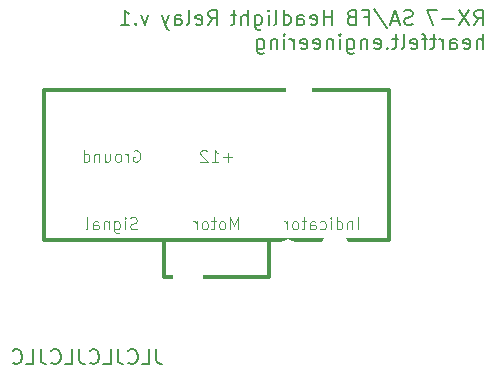
<source format=gbo>
G04 #@! TF.GenerationSoftware,KiCad,Pcbnew,(7.0.0-0)*
G04 #@! TF.CreationDate,2023-03-10T18:04:30-08:00*
G04 #@! TF.ProjectId,RX7 Headlight Control,52583720-4865-4616-946c-696768742043,rev?*
G04 #@! TF.SameCoordinates,Original*
G04 #@! TF.FileFunction,Legend,Bot*
G04 #@! TF.FilePolarity,Positive*
%FSLAX46Y46*%
G04 Gerber Fmt 4.6, Leading zero omitted, Abs format (unit mm)*
G04 Created by KiCad (PCBNEW (7.0.0-0)) date 2023-03-10 18:04:30*
%MOMM*%
%LPD*%
G01*
G04 APERTURE LIST*
%ADD10C,0.304800*%
%ADD11C,0.150000*%
%ADD12C,0.100000*%
%ADD13R,2.200000X2.200000*%
%ADD14O,2.200000X2.200000*%
%ADD15R,2.550000X2.550000*%
%ADD16C,1.650000*%
%ADD17C,2.550000*%
%ADD18C,3.048000*%
G04 APERTURE END LIST*
D10*
X120015000Y-108585000D02*
X128905000Y-108585000D01*
X128905000Y-108585000D02*
X128905000Y-111760000D01*
X128905000Y-111760000D02*
X120015000Y-111760000D01*
X120015000Y-111760000D02*
X120015000Y-108585000D01*
X109855000Y-95885000D02*
X139065000Y-95885000D01*
X139065000Y-95885000D02*
X139065000Y-108585000D01*
X139065000Y-108585000D02*
X109855000Y-108585000D01*
X109855000Y-108585000D02*
X109855000Y-95885000D01*
D11*
X146291904Y-90376223D02*
X146715238Y-89771461D01*
X147017619Y-90376223D02*
X147017619Y-89106223D01*
X147017619Y-89106223D02*
X146533809Y-89106223D01*
X146533809Y-89106223D02*
X146412857Y-89166700D01*
X146412857Y-89166700D02*
X146352380Y-89227176D01*
X146352380Y-89227176D02*
X146291904Y-89348128D01*
X146291904Y-89348128D02*
X146291904Y-89529557D01*
X146291904Y-89529557D02*
X146352380Y-89650509D01*
X146352380Y-89650509D02*
X146412857Y-89710985D01*
X146412857Y-89710985D02*
X146533809Y-89771461D01*
X146533809Y-89771461D02*
X147017619Y-89771461D01*
X145868571Y-89106223D02*
X145021904Y-90376223D01*
X145021904Y-89106223D02*
X145868571Y-90376223D01*
X144538095Y-89892414D02*
X143570476Y-89892414D01*
X143086666Y-89106223D02*
X142239999Y-89106223D01*
X142239999Y-89106223D02*
X142784285Y-90376223D01*
X141054666Y-90315747D02*
X140873237Y-90376223D01*
X140873237Y-90376223D02*
X140570856Y-90376223D01*
X140570856Y-90376223D02*
X140449904Y-90315747D01*
X140449904Y-90315747D02*
X140389428Y-90255271D01*
X140389428Y-90255271D02*
X140328951Y-90134319D01*
X140328951Y-90134319D02*
X140328951Y-90013366D01*
X140328951Y-90013366D02*
X140389428Y-89892414D01*
X140389428Y-89892414D02*
X140449904Y-89831938D01*
X140449904Y-89831938D02*
X140570856Y-89771461D01*
X140570856Y-89771461D02*
X140812761Y-89710985D01*
X140812761Y-89710985D02*
X140933713Y-89650509D01*
X140933713Y-89650509D02*
X140994190Y-89590033D01*
X140994190Y-89590033D02*
X141054666Y-89469080D01*
X141054666Y-89469080D02*
X141054666Y-89348128D01*
X141054666Y-89348128D02*
X140994190Y-89227176D01*
X140994190Y-89227176D02*
X140933713Y-89166700D01*
X140933713Y-89166700D02*
X140812761Y-89106223D01*
X140812761Y-89106223D02*
X140510380Y-89106223D01*
X140510380Y-89106223D02*
X140328951Y-89166700D01*
X139845142Y-90013366D02*
X139240380Y-90013366D01*
X139966094Y-90376223D02*
X139542761Y-89106223D01*
X139542761Y-89106223D02*
X139119427Y-90376223D01*
X137788952Y-89045747D02*
X138877523Y-90678604D01*
X136942285Y-89710985D02*
X137365619Y-89710985D01*
X137365619Y-90376223D02*
X137365619Y-89106223D01*
X137365619Y-89106223D02*
X136760857Y-89106223D01*
X135853714Y-89710985D02*
X135672286Y-89771461D01*
X135672286Y-89771461D02*
X135611809Y-89831938D01*
X135611809Y-89831938D02*
X135551333Y-89952890D01*
X135551333Y-89952890D02*
X135551333Y-90134319D01*
X135551333Y-90134319D02*
X135611809Y-90255271D01*
X135611809Y-90255271D02*
X135672286Y-90315747D01*
X135672286Y-90315747D02*
X135793238Y-90376223D01*
X135793238Y-90376223D02*
X136277048Y-90376223D01*
X136277048Y-90376223D02*
X136277048Y-89106223D01*
X136277048Y-89106223D02*
X135853714Y-89106223D01*
X135853714Y-89106223D02*
X135732762Y-89166700D01*
X135732762Y-89166700D02*
X135672286Y-89227176D01*
X135672286Y-89227176D02*
X135611809Y-89348128D01*
X135611809Y-89348128D02*
X135611809Y-89469080D01*
X135611809Y-89469080D02*
X135672286Y-89590033D01*
X135672286Y-89590033D02*
X135732762Y-89650509D01*
X135732762Y-89650509D02*
X135853714Y-89710985D01*
X135853714Y-89710985D02*
X136277048Y-89710985D01*
X134245048Y-90376223D02*
X134245048Y-89106223D01*
X134245048Y-89710985D02*
X133519333Y-89710985D01*
X133519333Y-90376223D02*
X133519333Y-89106223D01*
X132430762Y-90315747D02*
X132551714Y-90376223D01*
X132551714Y-90376223D02*
X132793619Y-90376223D01*
X132793619Y-90376223D02*
X132914572Y-90315747D01*
X132914572Y-90315747D02*
X132975048Y-90194795D01*
X132975048Y-90194795D02*
X132975048Y-89710985D01*
X132975048Y-89710985D02*
X132914572Y-89590033D01*
X132914572Y-89590033D02*
X132793619Y-89529557D01*
X132793619Y-89529557D02*
X132551714Y-89529557D01*
X132551714Y-89529557D02*
X132430762Y-89590033D01*
X132430762Y-89590033D02*
X132370286Y-89710985D01*
X132370286Y-89710985D02*
X132370286Y-89831938D01*
X132370286Y-89831938D02*
X132975048Y-89952890D01*
X131281715Y-90376223D02*
X131281715Y-89710985D01*
X131281715Y-89710985D02*
X131342191Y-89590033D01*
X131342191Y-89590033D02*
X131463143Y-89529557D01*
X131463143Y-89529557D02*
X131705048Y-89529557D01*
X131705048Y-89529557D02*
X131826001Y-89590033D01*
X131281715Y-90315747D02*
X131402667Y-90376223D01*
X131402667Y-90376223D02*
X131705048Y-90376223D01*
X131705048Y-90376223D02*
X131826001Y-90315747D01*
X131826001Y-90315747D02*
X131886477Y-90194795D01*
X131886477Y-90194795D02*
X131886477Y-90073842D01*
X131886477Y-90073842D02*
X131826001Y-89952890D01*
X131826001Y-89952890D02*
X131705048Y-89892414D01*
X131705048Y-89892414D02*
X131402667Y-89892414D01*
X131402667Y-89892414D02*
X131281715Y-89831938D01*
X130132667Y-90376223D02*
X130132667Y-89106223D01*
X130132667Y-90315747D02*
X130253619Y-90376223D01*
X130253619Y-90376223D02*
X130495524Y-90376223D01*
X130495524Y-90376223D02*
X130616476Y-90315747D01*
X130616476Y-90315747D02*
X130676953Y-90255271D01*
X130676953Y-90255271D02*
X130737429Y-90134319D01*
X130737429Y-90134319D02*
X130737429Y-89771461D01*
X130737429Y-89771461D02*
X130676953Y-89650509D01*
X130676953Y-89650509D02*
X130616476Y-89590033D01*
X130616476Y-89590033D02*
X130495524Y-89529557D01*
X130495524Y-89529557D02*
X130253619Y-89529557D01*
X130253619Y-89529557D02*
X130132667Y-89590033D01*
X129346476Y-90376223D02*
X129467428Y-90315747D01*
X129467428Y-90315747D02*
X129527905Y-90194795D01*
X129527905Y-90194795D02*
X129527905Y-89106223D01*
X128862667Y-90376223D02*
X128862667Y-89529557D01*
X128862667Y-89106223D02*
X128923143Y-89166700D01*
X128923143Y-89166700D02*
X128862667Y-89227176D01*
X128862667Y-89227176D02*
X128802190Y-89166700D01*
X128802190Y-89166700D02*
X128862667Y-89106223D01*
X128862667Y-89106223D02*
X128862667Y-89227176D01*
X127713619Y-89529557D02*
X127713619Y-90557652D01*
X127713619Y-90557652D02*
X127774095Y-90678604D01*
X127774095Y-90678604D02*
X127834571Y-90739080D01*
X127834571Y-90739080D02*
X127955524Y-90799557D01*
X127955524Y-90799557D02*
X128136952Y-90799557D01*
X128136952Y-90799557D02*
X128257905Y-90739080D01*
X127713619Y-90315747D02*
X127834571Y-90376223D01*
X127834571Y-90376223D02*
X128076476Y-90376223D01*
X128076476Y-90376223D02*
X128197428Y-90315747D01*
X128197428Y-90315747D02*
X128257905Y-90255271D01*
X128257905Y-90255271D02*
X128318381Y-90134319D01*
X128318381Y-90134319D02*
X128318381Y-89771461D01*
X128318381Y-89771461D02*
X128257905Y-89650509D01*
X128257905Y-89650509D02*
X128197428Y-89590033D01*
X128197428Y-89590033D02*
X128076476Y-89529557D01*
X128076476Y-89529557D02*
X127834571Y-89529557D01*
X127834571Y-89529557D02*
X127713619Y-89590033D01*
X127108857Y-90376223D02*
X127108857Y-89106223D01*
X126564571Y-90376223D02*
X126564571Y-89710985D01*
X126564571Y-89710985D02*
X126625047Y-89590033D01*
X126625047Y-89590033D02*
X126745999Y-89529557D01*
X126745999Y-89529557D02*
X126927428Y-89529557D01*
X126927428Y-89529557D02*
X127048380Y-89590033D01*
X127048380Y-89590033D02*
X127108857Y-89650509D01*
X126141237Y-89529557D02*
X125657428Y-89529557D01*
X125959809Y-89106223D02*
X125959809Y-90194795D01*
X125959809Y-90194795D02*
X125899332Y-90315747D01*
X125899332Y-90315747D02*
X125778380Y-90376223D01*
X125778380Y-90376223D02*
X125657428Y-90376223D01*
X123746380Y-90376223D02*
X124169714Y-89771461D01*
X124472095Y-90376223D02*
X124472095Y-89106223D01*
X124472095Y-89106223D02*
X123988285Y-89106223D01*
X123988285Y-89106223D02*
X123867333Y-89166700D01*
X123867333Y-89166700D02*
X123806856Y-89227176D01*
X123806856Y-89227176D02*
X123746380Y-89348128D01*
X123746380Y-89348128D02*
X123746380Y-89529557D01*
X123746380Y-89529557D02*
X123806856Y-89650509D01*
X123806856Y-89650509D02*
X123867333Y-89710985D01*
X123867333Y-89710985D02*
X123988285Y-89771461D01*
X123988285Y-89771461D02*
X124472095Y-89771461D01*
X122718285Y-90315747D02*
X122839237Y-90376223D01*
X122839237Y-90376223D02*
X123081142Y-90376223D01*
X123081142Y-90376223D02*
X123202095Y-90315747D01*
X123202095Y-90315747D02*
X123262571Y-90194795D01*
X123262571Y-90194795D02*
X123262571Y-89710985D01*
X123262571Y-89710985D02*
X123202095Y-89590033D01*
X123202095Y-89590033D02*
X123081142Y-89529557D01*
X123081142Y-89529557D02*
X122839237Y-89529557D01*
X122839237Y-89529557D02*
X122718285Y-89590033D01*
X122718285Y-89590033D02*
X122657809Y-89710985D01*
X122657809Y-89710985D02*
X122657809Y-89831938D01*
X122657809Y-89831938D02*
X123262571Y-89952890D01*
X121932095Y-90376223D02*
X122053047Y-90315747D01*
X122053047Y-90315747D02*
X122113524Y-90194795D01*
X122113524Y-90194795D02*
X122113524Y-89106223D01*
X120904000Y-90376223D02*
X120904000Y-89710985D01*
X120904000Y-89710985D02*
X120964476Y-89590033D01*
X120964476Y-89590033D02*
X121085428Y-89529557D01*
X121085428Y-89529557D02*
X121327333Y-89529557D01*
X121327333Y-89529557D02*
X121448286Y-89590033D01*
X120904000Y-90315747D02*
X121024952Y-90376223D01*
X121024952Y-90376223D02*
X121327333Y-90376223D01*
X121327333Y-90376223D02*
X121448286Y-90315747D01*
X121448286Y-90315747D02*
X121508762Y-90194795D01*
X121508762Y-90194795D02*
X121508762Y-90073842D01*
X121508762Y-90073842D02*
X121448286Y-89952890D01*
X121448286Y-89952890D02*
X121327333Y-89892414D01*
X121327333Y-89892414D02*
X121024952Y-89892414D01*
X121024952Y-89892414D02*
X120904000Y-89831938D01*
X120420190Y-89529557D02*
X120117809Y-90376223D01*
X119815428Y-89529557D02*
X120117809Y-90376223D01*
X120117809Y-90376223D02*
X120238761Y-90678604D01*
X120238761Y-90678604D02*
X120299238Y-90739080D01*
X120299238Y-90739080D02*
X120420190Y-90799557D01*
X118690571Y-89529557D02*
X118388190Y-90376223D01*
X118388190Y-90376223D02*
X118085809Y-89529557D01*
X117602000Y-90255271D02*
X117541523Y-90315747D01*
X117541523Y-90315747D02*
X117602000Y-90376223D01*
X117602000Y-90376223D02*
X117662476Y-90315747D01*
X117662476Y-90315747D02*
X117602000Y-90255271D01*
X117602000Y-90255271D02*
X117602000Y-90376223D01*
X116331999Y-90376223D02*
X117057714Y-90376223D01*
X116694857Y-90376223D02*
X116694857Y-89106223D01*
X116694857Y-89106223D02*
X116815809Y-89287652D01*
X116815809Y-89287652D02*
X116936761Y-89408604D01*
X116936761Y-89408604D02*
X117057714Y-89469080D01*
X147017619Y-92433623D02*
X147017619Y-91163623D01*
X146473333Y-92433623D02*
X146473333Y-91768385D01*
X146473333Y-91768385D02*
X146533809Y-91647433D01*
X146533809Y-91647433D02*
X146654761Y-91586957D01*
X146654761Y-91586957D02*
X146836190Y-91586957D01*
X146836190Y-91586957D02*
X146957142Y-91647433D01*
X146957142Y-91647433D02*
X147017619Y-91707909D01*
X145384761Y-92373147D02*
X145505713Y-92433623D01*
X145505713Y-92433623D02*
X145747618Y-92433623D01*
X145747618Y-92433623D02*
X145868571Y-92373147D01*
X145868571Y-92373147D02*
X145929047Y-92252195D01*
X145929047Y-92252195D02*
X145929047Y-91768385D01*
X145929047Y-91768385D02*
X145868571Y-91647433D01*
X145868571Y-91647433D02*
X145747618Y-91586957D01*
X145747618Y-91586957D02*
X145505713Y-91586957D01*
X145505713Y-91586957D02*
X145384761Y-91647433D01*
X145384761Y-91647433D02*
X145324285Y-91768385D01*
X145324285Y-91768385D02*
X145324285Y-91889338D01*
X145324285Y-91889338D02*
X145929047Y-92010290D01*
X144235714Y-92433623D02*
X144235714Y-91768385D01*
X144235714Y-91768385D02*
X144296190Y-91647433D01*
X144296190Y-91647433D02*
X144417142Y-91586957D01*
X144417142Y-91586957D02*
X144659047Y-91586957D01*
X144659047Y-91586957D02*
X144780000Y-91647433D01*
X144235714Y-92373147D02*
X144356666Y-92433623D01*
X144356666Y-92433623D02*
X144659047Y-92433623D01*
X144659047Y-92433623D02*
X144780000Y-92373147D01*
X144780000Y-92373147D02*
X144840476Y-92252195D01*
X144840476Y-92252195D02*
X144840476Y-92131242D01*
X144840476Y-92131242D02*
X144780000Y-92010290D01*
X144780000Y-92010290D02*
X144659047Y-91949814D01*
X144659047Y-91949814D02*
X144356666Y-91949814D01*
X144356666Y-91949814D02*
X144235714Y-91889338D01*
X143630952Y-92433623D02*
X143630952Y-91586957D01*
X143630952Y-91828861D02*
X143570475Y-91707909D01*
X143570475Y-91707909D02*
X143509999Y-91647433D01*
X143509999Y-91647433D02*
X143389047Y-91586957D01*
X143389047Y-91586957D02*
X143268094Y-91586957D01*
X143026190Y-91586957D02*
X142542381Y-91586957D01*
X142844762Y-91163623D02*
X142844762Y-92252195D01*
X142844762Y-92252195D02*
X142784285Y-92373147D01*
X142784285Y-92373147D02*
X142663333Y-92433623D01*
X142663333Y-92433623D02*
X142542381Y-92433623D01*
X142300476Y-91586957D02*
X141816667Y-91586957D01*
X142119048Y-92433623D02*
X142119048Y-91345052D01*
X142119048Y-91345052D02*
X142058571Y-91224100D01*
X142058571Y-91224100D02*
X141937619Y-91163623D01*
X141937619Y-91163623D02*
X141816667Y-91163623D01*
X140909524Y-92373147D02*
X141030476Y-92433623D01*
X141030476Y-92433623D02*
X141272381Y-92433623D01*
X141272381Y-92433623D02*
X141393334Y-92373147D01*
X141393334Y-92373147D02*
X141453810Y-92252195D01*
X141453810Y-92252195D02*
X141453810Y-91768385D01*
X141453810Y-91768385D02*
X141393334Y-91647433D01*
X141393334Y-91647433D02*
X141272381Y-91586957D01*
X141272381Y-91586957D02*
X141030476Y-91586957D01*
X141030476Y-91586957D02*
X140909524Y-91647433D01*
X140909524Y-91647433D02*
X140849048Y-91768385D01*
X140849048Y-91768385D02*
X140849048Y-91889338D01*
X140849048Y-91889338D02*
X141453810Y-92010290D01*
X140123334Y-92433623D02*
X140244286Y-92373147D01*
X140244286Y-92373147D02*
X140304763Y-92252195D01*
X140304763Y-92252195D02*
X140304763Y-91163623D01*
X139820953Y-91586957D02*
X139337144Y-91586957D01*
X139639525Y-91163623D02*
X139639525Y-92252195D01*
X139639525Y-92252195D02*
X139579048Y-92373147D01*
X139579048Y-92373147D02*
X139458096Y-92433623D01*
X139458096Y-92433623D02*
X139337144Y-92433623D01*
X138913811Y-92312671D02*
X138853334Y-92373147D01*
X138853334Y-92373147D02*
X138913811Y-92433623D01*
X138913811Y-92433623D02*
X138974287Y-92373147D01*
X138974287Y-92373147D02*
X138913811Y-92312671D01*
X138913811Y-92312671D02*
X138913811Y-92433623D01*
X137825239Y-92373147D02*
X137946191Y-92433623D01*
X137946191Y-92433623D02*
X138188096Y-92433623D01*
X138188096Y-92433623D02*
X138309049Y-92373147D01*
X138309049Y-92373147D02*
X138369525Y-92252195D01*
X138369525Y-92252195D02*
X138369525Y-91768385D01*
X138369525Y-91768385D02*
X138309049Y-91647433D01*
X138309049Y-91647433D02*
X138188096Y-91586957D01*
X138188096Y-91586957D02*
X137946191Y-91586957D01*
X137946191Y-91586957D02*
X137825239Y-91647433D01*
X137825239Y-91647433D02*
X137764763Y-91768385D01*
X137764763Y-91768385D02*
X137764763Y-91889338D01*
X137764763Y-91889338D02*
X138369525Y-92010290D01*
X137220478Y-91586957D02*
X137220478Y-92433623D01*
X137220478Y-91707909D02*
X137160001Y-91647433D01*
X137160001Y-91647433D02*
X137039049Y-91586957D01*
X137039049Y-91586957D02*
X136857620Y-91586957D01*
X136857620Y-91586957D02*
X136736668Y-91647433D01*
X136736668Y-91647433D02*
X136676192Y-91768385D01*
X136676192Y-91768385D02*
X136676192Y-92433623D01*
X135527144Y-91586957D02*
X135527144Y-92615052D01*
X135527144Y-92615052D02*
X135587620Y-92736004D01*
X135587620Y-92736004D02*
X135648096Y-92796480D01*
X135648096Y-92796480D02*
X135769049Y-92856957D01*
X135769049Y-92856957D02*
X135950477Y-92856957D01*
X135950477Y-92856957D02*
X136071430Y-92796480D01*
X135527144Y-92373147D02*
X135648096Y-92433623D01*
X135648096Y-92433623D02*
X135890001Y-92433623D01*
X135890001Y-92433623D02*
X136010953Y-92373147D01*
X136010953Y-92373147D02*
X136071430Y-92312671D01*
X136071430Y-92312671D02*
X136131906Y-92191719D01*
X136131906Y-92191719D02*
X136131906Y-91828861D01*
X136131906Y-91828861D02*
X136071430Y-91707909D01*
X136071430Y-91707909D02*
X136010953Y-91647433D01*
X136010953Y-91647433D02*
X135890001Y-91586957D01*
X135890001Y-91586957D02*
X135648096Y-91586957D01*
X135648096Y-91586957D02*
X135527144Y-91647433D01*
X134922382Y-92433623D02*
X134922382Y-91586957D01*
X134922382Y-91163623D02*
X134982858Y-91224100D01*
X134982858Y-91224100D02*
X134922382Y-91284576D01*
X134922382Y-91284576D02*
X134861905Y-91224100D01*
X134861905Y-91224100D02*
X134922382Y-91163623D01*
X134922382Y-91163623D02*
X134922382Y-91284576D01*
X134317620Y-91586957D02*
X134317620Y-92433623D01*
X134317620Y-91707909D02*
X134257143Y-91647433D01*
X134257143Y-91647433D02*
X134136191Y-91586957D01*
X134136191Y-91586957D02*
X133954762Y-91586957D01*
X133954762Y-91586957D02*
X133833810Y-91647433D01*
X133833810Y-91647433D02*
X133773334Y-91768385D01*
X133773334Y-91768385D02*
X133773334Y-92433623D01*
X132684762Y-92373147D02*
X132805714Y-92433623D01*
X132805714Y-92433623D02*
X133047619Y-92433623D01*
X133047619Y-92433623D02*
X133168572Y-92373147D01*
X133168572Y-92373147D02*
X133229048Y-92252195D01*
X133229048Y-92252195D02*
X133229048Y-91768385D01*
X133229048Y-91768385D02*
X133168572Y-91647433D01*
X133168572Y-91647433D02*
X133047619Y-91586957D01*
X133047619Y-91586957D02*
X132805714Y-91586957D01*
X132805714Y-91586957D02*
X132684762Y-91647433D01*
X132684762Y-91647433D02*
X132624286Y-91768385D01*
X132624286Y-91768385D02*
X132624286Y-91889338D01*
X132624286Y-91889338D02*
X133229048Y-92010290D01*
X131596191Y-92373147D02*
X131717143Y-92433623D01*
X131717143Y-92433623D02*
X131959048Y-92433623D01*
X131959048Y-92433623D02*
X132080001Y-92373147D01*
X132080001Y-92373147D02*
X132140477Y-92252195D01*
X132140477Y-92252195D02*
X132140477Y-91768385D01*
X132140477Y-91768385D02*
X132080001Y-91647433D01*
X132080001Y-91647433D02*
X131959048Y-91586957D01*
X131959048Y-91586957D02*
X131717143Y-91586957D01*
X131717143Y-91586957D02*
X131596191Y-91647433D01*
X131596191Y-91647433D02*
X131535715Y-91768385D01*
X131535715Y-91768385D02*
X131535715Y-91889338D01*
X131535715Y-91889338D02*
X132140477Y-92010290D01*
X130991430Y-92433623D02*
X130991430Y-91586957D01*
X130991430Y-91828861D02*
X130930953Y-91707909D01*
X130930953Y-91707909D02*
X130870477Y-91647433D01*
X130870477Y-91647433D02*
X130749525Y-91586957D01*
X130749525Y-91586957D02*
X130628572Y-91586957D01*
X130205240Y-92433623D02*
X130205240Y-91586957D01*
X130205240Y-91163623D02*
X130265716Y-91224100D01*
X130265716Y-91224100D02*
X130205240Y-91284576D01*
X130205240Y-91284576D02*
X130144763Y-91224100D01*
X130144763Y-91224100D02*
X130205240Y-91163623D01*
X130205240Y-91163623D02*
X130205240Y-91284576D01*
X129600478Y-91586957D02*
X129600478Y-92433623D01*
X129600478Y-91707909D02*
X129540001Y-91647433D01*
X129540001Y-91647433D02*
X129419049Y-91586957D01*
X129419049Y-91586957D02*
X129237620Y-91586957D01*
X129237620Y-91586957D02*
X129116668Y-91647433D01*
X129116668Y-91647433D02*
X129056192Y-91768385D01*
X129056192Y-91768385D02*
X129056192Y-92433623D01*
X127907144Y-91586957D02*
X127907144Y-92615052D01*
X127907144Y-92615052D02*
X127967620Y-92736004D01*
X127967620Y-92736004D02*
X128028096Y-92796480D01*
X128028096Y-92796480D02*
X128149049Y-92856957D01*
X128149049Y-92856957D02*
X128330477Y-92856957D01*
X128330477Y-92856957D02*
X128451430Y-92796480D01*
X127907144Y-92373147D02*
X128028096Y-92433623D01*
X128028096Y-92433623D02*
X128270001Y-92433623D01*
X128270001Y-92433623D02*
X128390953Y-92373147D01*
X128390953Y-92373147D02*
X128451430Y-92312671D01*
X128451430Y-92312671D02*
X128511906Y-92191719D01*
X128511906Y-92191719D02*
X128511906Y-91828861D01*
X128511906Y-91828861D02*
X128451430Y-91707909D01*
X128451430Y-91707909D02*
X128390953Y-91647433D01*
X128390953Y-91647433D02*
X128270001Y-91586957D01*
X128270001Y-91586957D02*
X128028096Y-91586957D01*
X128028096Y-91586957D02*
X127907144Y-91647433D01*
X119349761Y-117833623D02*
X119349761Y-118740766D01*
X119349761Y-118740766D02*
X119410238Y-118922195D01*
X119410238Y-118922195D02*
X119531190Y-119043147D01*
X119531190Y-119043147D02*
X119712619Y-119103623D01*
X119712619Y-119103623D02*
X119833571Y-119103623D01*
X118140238Y-119103623D02*
X118745000Y-119103623D01*
X118745000Y-119103623D02*
X118745000Y-117833623D01*
X116991190Y-118982671D02*
X117051666Y-119043147D01*
X117051666Y-119043147D02*
X117233095Y-119103623D01*
X117233095Y-119103623D02*
X117354047Y-119103623D01*
X117354047Y-119103623D02*
X117535476Y-119043147D01*
X117535476Y-119043147D02*
X117656428Y-118922195D01*
X117656428Y-118922195D02*
X117716905Y-118801242D01*
X117716905Y-118801242D02*
X117777381Y-118559338D01*
X117777381Y-118559338D02*
X117777381Y-118377909D01*
X117777381Y-118377909D02*
X117716905Y-118136004D01*
X117716905Y-118136004D02*
X117656428Y-118015052D01*
X117656428Y-118015052D02*
X117535476Y-117894100D01*
X117535476Y-117894100D02*
X117354047Y-117833623D01*
X117354047Y-117833623D02*
X117233095Y-117833623D01*
X117233095Y-117833623D02*
X117051666Y-117894100D01*
X117051666Y-117894100D02*
X116991190Y-117954576D01*
X116084047Y-117833623D02*
X116084047Y-118740766D01*
X116084047Y-118740766D02*
X116144524Y-118922195D01*
X116144524Y-118922195D02*
X116265476Y-119043147D01*
X116265476Y-119043147D02*
X116446905Y-119103623D01*
X116446905Y-119103623D02*
X116567857Y-119103623D01*
X114874524Y-119103623D02*
X115479286Y-119103623D01*
X115479286Y-119103623D02*
X115479286Y-117833623D01*
X113725476Y-118982671D02*
X113785952Y-119043147D01*
X113785952Y-119043147D02*
X113967381Y-119103623D01*
X113967381Y-119103623D02*
X114088333Y-119103623D01*
X114088333Y-119103623D02*
X114269762Y-119043147D01*
X114269762Y-119043147D02*
X114390714Y-118922195D01*
X114390714Y-118922195D02*
X114451191Y-118801242D01*
X114451191Y-118801242D02*
X114511667Y-118559338D01*
X114511667Y-118559338D02*
X114511667Y-118377909D01*
X114511667Y-118377909D02*
X114451191Y-118136004D01*
X114451191Y-118136004D02*
X114390714Y-118015052D01*
X114390714Y-118015052D02*
X114269762Y-117894100D01*
X114269762Y-117894100D02*
X114088333Y-117833623D01*
X114088333Y-117833623D02*
X113967381Y-117833623D01*
X113967381Y-117833623D02*
X113785952Y-117894100D01*
X113785952Y-117894100D02*
X113725476Y-117954576D01*
X112818333Y-117833623D02*
X112818333Y-118740766D01*
X112818333Y-118740766D02*
X112878810Y-118922195D01*
X112878810Y-118922195D02*
X112999762Y-119043147D01*
X112999762Y-119043147D02*
X113181191Y-119103623D01*
X113181191Y-119103623D02*
X113302143Y-119103623D01*
X111608810Y-119103623D02*
X112213572Y-119103623D01*
X112213572Y-119103623D02*
X112213572Y-117833623D01*
X110459762Y-118982671D02*
X110520238Y-119043147D01*
X110520238Y-119043147D02*
X110701667Y-119103623D01*
X110701667Y-119103623D02*
X110822619Y-119103623D01*
X110822619Y-119103623D02*
X111004048Y-119043147D01*
X111004048Y-119043147D02*
X111125000Y-118922195D01*
X111125000Y-118922195D02*
X111185477Y-118801242D01*
X111185477Y-118801242D02*
X111245953Y-118559338D01*
X111245953Y-118559338D02*
X111245953Y-118377909D01*
X111245953Y-118377909D02*
X111185477Y-118136004D01*
X111185477Y-118136004D02*
X111125000Y-118015052D01*
X111125000Y-118015052D02*
X111004048Y-117894100D01*
X111004048Y-117894100D02*
X110822619Y-117833623D01*
X110822619Y-117833623D02*
X110701667Y-117833623D01*
X110701667Y-117833623D02*
X110520238Y-117894100D01*
X110520238Y-117894100D02*
X110459762Y-117954576D01*
X109552619Y-117833623D02*
X109552619Y-118740766D01*
X109552619Y-118740766D02*
X109613096Y-118922195D01*
X109613096Y-118922195D02*
X109734048Y-119043147D01*
X109734048Y-119043147D02*
X109915477Y-119103623D01*
X109915477Y-119103623D02*
X110036429Y-119103623D01*
X108343096Y-119103623D02*
X108947858Y-119103623D01*
X108947858Y-119103623D02*
X108947858Y-117833623D01*
X107194048Y-118982671D02*
X107254524Y-119043147D01*
X107254524Y-119043147D02*
X107435953Y-119103623D01*
X107435953Y-119103623D02*
X107556905Y-119103623D01*
X107556905Y-119103623D02*
X107738334Y-119043147D01*
X107738334Y-119043147D02*
X107859286Y-118922195D01*
X107859286Y-118922195D02*
X107919763Y-118801242D01*
X107919763Y-118801242D02*
X107980239Y-118559338D01*
X107980239Y-118559338D02*
X107980239Y-118377909D01*
X107980239Y-118377909D02*
X107919763Y-118136004D01*
X107919763Y-118136004D02*
X107859286Y-118015052D01*
X107859286Y-118015052D02*
X107738334Y-117894100D01*
X107738334Y-117894100D02*
X107556905Y-117833623D01*
X107556905Y-117833623D02*
X107435953Y-117833623D01*
X107435953Y-117833623D02*
X107254524Y-117894100D01*
X107254524Y-117894100D02*
X107194048Y-117954576D01*
D12*
X125793332Y-101586428D02*
X125031428Y-101586428D01*
X125412380Y-101967380D02*
X125412380Y-101205476D01*
X124031428Y-101967380D02*
X124602856Y-101967380D01*
X124317142Y-101967380D02*
X124317142Y-100967380D01*
X124317142Y-100967380D02*
X124412380Y-101110238D01*
X124412380Y-101110238D02*
X124507618Y-101205476D01*
X124507618Y-101205476D02*
X124602856Y-101253095D01*
X123650475Y-101062619D02*
X123602856Y-101015000D01*
X123602856Y-101015000D02*
X123507618Y-100967380D01*
X123507618Y-100967380D02*
X123269523Y-100967380D01*
X123269523Y-100967380D02*
X123174285Y-101015000D01*
X123174285Y-101015000D02*
X123126666Y-101062619D01*
X123126666Y-101062619D02*
X123079047Y-101157857D01*
X123079047Y-101157857D02*
X123079047Y-101253095D01*
X123079047Y-101253095D02*
X123126666Y-101395952D01*
X123126666Y-101395952D02*
X123698094Y-101967380D01*
X123698094Y-101967380D02*
X123079047Y-101967380D01*
X136421428Y-107682380D02*
X136421428Y-106682380D01*
X135945238Y-107015714D02*
X135945238Y-107682380D01*
X135945238Y-107110952D02*
X135897619Y-107063333D01*
X135897619Y-107063333D02*
X135802381Y-107015714D01*
X135802381Y-107015714D02*
X135659524Y-107015714D01*
X135659524Y-107015714D02*
X135564286Y-107063333D01*
X135564286Y-107063333D02*
X135516667Y-107158571D01*
X135516667Y-107158571D02*
X135516667Y-107682380D01*
X134611905Y-107682380D02*
X134611905Y-106682380D01*
X134611905Y-107634761D02*
X134707143Y-107682380D01*
X134707143Y-107682380D02*
X134897619Y-107682380D01*
X134897619Y-107682380D02*
X134992857Y-107634761D01*
X134992857Y-107634761D02*
X135040476Y-107587142D01*
X135040476Y-107587142D02*
X135088095Y-107491904D01*
X135088095Y-107491904D02*
X135088095Y-107206190D01*
X135088095Y-107206190D02*
X135040476Y-107110952D01*
X135040476Y-107110952D02*
X134992857Y-107063333D01*
X134992857Y-107063333D02*
X134897619Y-107015714D01*
X134897619Y-107015714D02*
X134707143Y-107015714D01*
X134707143Y-107015714D02*
X134611905Y-107063333D01*
X134135714Y-107682380D02*
X134135714Y-107015714D01*
X134135714Y-106682380D02*
X134183333Y-106730000D01*
X134183333Y-106730000D02*
X134135714Y-106777619D01*
X134135714Y-106777619D02*
X134088095Y-106730000D01*
X134088095Y-106730000D02*
X134135714Y-106682380D01*
X134135714Y-106682380D02*
X134135714Y-106777619D01*
X133230953Y-107634761D02*
X133326191Y-107682380D01*
X133326191Y-107682380D02*
X133516667Y-107682380D01*
X133516667Y-107682380D02*
X133611905Y-107634761D01*
X133611905Y-107634761D02*
X133659524Y-107587142D01*
X133659524Y-107587142D02*
X133707143Y-107491904D01*
X133707143Y-107491904D02*
X133707143Y-107206190D01*
X133707143Y-107206190D02*
X133659524Y-107110952D01*
X133659524Y-107110952D02*
X133611905Y-107063333D01*
X133611905Y-107063333D02*
X133516667Y-107015714D01*
X133516667Y-107015714D02*
X133326191Y-107015714D01*
X133326191Y-107015714D02*
X133230953Y-107063333D01*
X132373810Y-107682380D02*
X132373810Y-107158571D01*
X132373810Y-107158571D02*
X132421429Y-107063333D01*
X132421429Y-107063333D02*
X132516667Y-107015714D01*
X132516667Y-107015714D02*
X132707143Y-107015714D01*
X132707143Y-107015714D02*
X132802381Y-107063333D01*
X132373810Y-107634761D02*
X132469048Y-107682380D01*
X132469048Y-107682380D02*
X132707143Y-107682380D01*
X132707143Y-107682380D02*
X132802381Y-107634761D01*
X132802381Y-107634761D02*
X132850000Y-107539523D01*
X132850000Y-107539523D02*
X132850000Y-107444285D01*
X132850000Y-107444285D02*
X132802381Y-107349047D01*
X132802381Y-107349047D02*
X132707143Y-107301428D01*
X132707143Y-107301428D02*
X132469048Y-107301428D01*
X132469048Y-107301428D02*
X132373810Y-107253809D01*
X132040476Y-107015714D02*
X131659524Y-107015714D01*
X131897619Y-106682380D02*
X131897619Y-107539523D01*
X131897619Y-107539523D02*
X131850000Y-107634761D01*
X131850000Y-107634761D02*
X131754762Y-107682380D01*
X131754762Y-107682380D02*
X131659524Y-107682380D01*
X131183333Y-107682380D02*
X131278571Y-107634761D01*
X131278571Y-107634761D02*
X131326190Y-107587142D01*
X131326190Y-107587142D02*
X131373809Y-107491904D01*
X131373809Y-107491904D02*
X131373809Y-107206190D01*
X131373809Y-107206190D02*
X131326190Y-107110952D01*
X131326190Y-107110952D02*
X131278571Y-107063333D01*
X131278571Y-107063333D02*
X131183333Y-107015714D01*
X131183333Y-107015714D02*
X131040476Y-107015714D01*
X131040476Y-107015714D02*
X130945238Y-107063333D01*
X130945238Y-107063333D02*
X130897619Y-107110952D01*
X130897619Y-107110952D02*
X130850000Y-107206190D01*
X130850000Y-107206190D02*
X130850000Y-107491904D01*
X130850000Y-107491904D02*
X130897619Y-107587142D01*
X130897619Y-107587142D02*
X130945238Y-107634761D01*
X130945238Y-107634761D02*
X131040476Y-107682380D01*
X131040476Y-107682380D02*
X131183333Y-107682380D01*
X130421428Y-107682380D02*
X130421428Y-107015714D01*
X130421428Y-107206190D02*
X130373809Y-107110952D01*
X130373809Y-107110952D02*
X130326190Y-107063333D01*
X130326190Y-107063333D02*
X130230952Y-107015714D01*
X130230952Y-107015714D02*
X130135714Y-107015714D01*
X117427143Y-101015000D02*
X117522381Y-100967380D01*
X117522381Y-100967380D02*
X117665238Y-100967380D01*
X117665238Y-100967380D02*
X117808095Y-101015000D01*
X117808095Y-101015000D02*
X117903333Y-101110238D01*
X117903333Y-101110238D02*
X117950952Y-101205476D01*
X117950952Y-101205476D02*
X117998571Y-101395952D01*
X117998571Y-101395952D02*
X117998571Y-101538809D01*
X117998571Y-101538809D02*
X117950952Y-101729285D01*
X117950952Y-101729285D02*
X117903333Y-101824523D01*
X117903333Y-101824523D02*
X117808095Y-101919761D01*
X117808095Y-101919761D02*
X117665238Y-101967380D01*
X117665238Y-101967380D02*
X117570000Y-101967380D01*
X117570000Y-101967380D02*
X117427143Y-101919761D01*
X117427143Y-101919761D02*
X117379524Y-101872142D01*
X117379524Y-101872142D02*
X117379524Y-101538809D01*
X117379524Y-101538809D02*
X117570000Y-101538809D01*
X116950952Y-101967380D02*
X116950952Y-101300714D01*
X116950952Y-101491190D02*
X116903333Y-101395952D01*
X116903333Y-101395952D02*
X116855714Y-101348333D01*
X116855714Y-101348333D02*
X116760476Y-101300714D01*
X116760476Y-101300714D02*
X116665238Y-101300714D01*
X116189047Y-101967380D02*
X116284285Y-101919761D01*
X116284285Y-101919761D02*
X116331904Y-101872142D01*
X116331904Y-101872142D02*
X116379523Y-101776904D01*
X116379523Y-101776904D02*
X116379523Y-101491190D01*
X116379523Y-101491190D02*
X116331904Y-101395952D01*
X116331904Y-101395952D02*
X116284285Y-101348333D01*
X116284285Y-101348333D02*
X116189047Y-101300714D01*
X116189047Y-101300714D02*
X116046190Y-101300714D01*
X116046190Y-101300714D02*
X115950952Y-101348333D01*
X115950952Y-101348333D02*
X115903333Y-101395952D01*
X115903333Y-101395952D02*
X115855714Y-101491190D01*
X115855714Y-101491190D02*
X115855714Y-101776904D01*
X115855714Y-101776904D02*
X115903333Y-101872142D01*
X115903333Y-101872142D02*
X115950952Y-101919761D01*
X115950952Y-101919761D02*
X116046190Y-101967380D01*
X116046190Y-101967380D02*
X116189047Y-101967380D01*
X114998571Y-101300714D02*
X114998571Y-101967380D01*
X115427142Y-101300714D02*
X115427142Y-101824523D01*
X115427142Y-101824523D02*
X115379523Y-101919761D01*
X115379523Y-101919761D02*
X115284285Y-101967380D01*
X115284285Y-101967380D02*
X115141428Y-101967380D01*
X115141428Y-101967380D02*
X115046190Y-101919761D01*
X115046190Y-101919761D02*
X114998571Y-101872142D01*
X114522380Y-101300714D02*
X114522380Y-101967380D01*
X114522380Y-101395952D02*
X114474761Y-101348333D01*
X114474761Y-101348333D02*
X114379523Y-101300714D01*
X114379523Y-101300714D02*
X114236666Y-101300714D01*
X114236666Y-101300714D02*
X114141428Y-101348333D01*
X114141428Y-101348333D02*
X114093809Y-101443571D01*
X114093809Y-101443571D02*
X114093809Y-101967380D01*
X113189047Y-101967380D02*
X113189047Y-100967380D01*
X113189047Y-101919761D02*
X113284285Y-101967380D01*
X113284285Y-101967380D02*
X113474761Y-101967380D01*
X113474761Y-101967380D02*
X113569999Y-101919761D01*
X113569999Y-101919761D02*
X113617618Y-101872142D01*
X113617618Y-101872142D02*
X113665237Y-101776904D01*
X113665237Y-101776904D02*
X113665237Y-101491190D01*
X113665237Y-101491190D02*
X113617618Y-101395952D01*
X113617618Y-101395952D02*
X113569999Y-101348333D01*
X113569999Y-101348333D02*
X113474761Y-101300714D01*
X113474761Y-101300714D02*
X113284285Y-101300714D01*
X113284285Y-101300714D02*
X113189047Y-101348333D01*
X117712856Y-107634761D02*
X117569999Y-107682380D01*
X117569999Y-107682380D02*
X117331904Y-107682380D01*
X117331904Y-107682380D02*
X117236666Y-107634761D01*
X117236666Y-107634761D02*
X117189047Y-107587142D01*
X117189047Y-107587142D02*
X117141428Y-107491904D01*
X117141428Y-107491904D02*
X117141428Y-107396666D01*
X117141428Y-107396666D02*
X117189047Y-107301428D01*
X117189047Y-107301428D02*
X117236666Y-107253809D01*
X117236666Y-107253809D02*
X117331904Y-107206190D01*
X117331904Y-107206190D02*
X117522380Y-107158571D01*
X117522380Y-107158571D02*
X117617618Y-107110952D01*
X117617618Y-107110952D02*
X117665237Y-107063333D01*
X117665237Y-107063333D02*
X117712856Y-106968095D01*
X117712856Y-106968095D02*
X117712856Y-106872857D01*
X117712856Y-106872857D02*
X117665237Y-106777619D01*
X117665237Y-106777619D02*
X117617618Y-106730000D01*
X117617618Y-106730000D02*
X117522380Y-106682380D01*
X117522380Y-106682380D02*
X117284285Y-106682380D01*
X117284285Y-106682380D02*
X117141428Y-106730000D01*
X116712856Y-107682380D02*
X116712856Y-107015714D01*
X116712856Y-106682380D02*
X116760475Y-106730000D01*
X116760475Y-106730000D02*
X116712856Y-106777619D01*
X116712856Y-106777619D02*
X116665237Y-106730000D01*
X116665237Y-106730000D02*
X116712856Y-106682380D01*
X116712856Y-106682380D02*
X116712856Y-106777619D01*
X115808095Y-107015714D02*
X115808095Y-107825238D01*
X115808095Y-107825238D02*
X115855714Y-107920476D01*
X115855714Y-107920476D02*
X115903333Y-107968095D01*
X115903333Y-107968095D02*
X115998571Y-108015714D01*
X115998571Y-108015714D02*
X116141428Y-108015714D01*
X116141428Y-108015714D02*
X116236666Y-107968095D01*
X115808095Y-107634761D02*
X115903333Y-107682380D01*
X115903333Y-107682380D02*
X116093809Y-107682380D01*
X116093809Y-107682380D02*
X116189047Y-107634761D01*
X116189047Y-107634761D02*
X116236666Y-107587142D01*
X116236666Y-107587142D02*
X116284285Y-107491904D01*
X116284285Y-107491904D02*
X116284285Y-107206190D01*
X116284285Y-107206190D02*
X116236666Y-107110952D01*
X116236666Y-107110952D02*
X116189047Y-107063333D01*
X116189047Y-107063333D02*
X116093809Y-107015714D01*
X116093809Y-107015714D02*
X115903333Y-107015714D01*
X115903333Y-107015714D02*
X115808095Y-107063333D01*
X115331904Y-107015714D02*
X115331904Y-107682380D01*
X115331904Y-107110952D02*
X115284285Y-107063333D01*
X115284285Y-107063333D02*
X115189047Y-107015714D01*
X115189047Y-107015714D02*
X115046190Y-107015714D01*
X115046190Y-107015714D02*
X114950952Y-107063333D01*
X114950952Y-107063333D02*
X114903333Y-107158571D01*
X114903333Y-107158571D02*
X114903333Y-107682380D01*
X113998571Y-107682380D02*
X113998571Y-107158571D01*
X113998571Y-107158571D02*
X114046190Y-107063333D01*
X114046190Y-107063333D02*
X114141428Y-107015714D01*
X114141428Y-107015714D02*
X114331904Y-107015714D01*
X114331904Y-107015714D02*
X114427142Y-107063333D01*
X113998571Y-107634761D02*
X114093809Y-107682380D01*
X114093809Y-107682380D02*
X114331904Y-107682380D01*
X114331904Y-107682380D02*
X114427142Y-107634761D01*
X114427142Y-107634761D02*
X114474761Y-107539523D01*
X114474761Y-107539523D02*
X114474761Y-107444285D01*
X114474761Y-107444285D02*
X114427142Y-107349047D01*
X114427142Y-107349047D02*
X114331904Y-107301428D01*
X114331904Y-107301428D02*
X114093809Y-107301428D01*
X114093809Y-107301428D02*
X113998571Y-107253809D01*
X113379523Y-107682380D02*
X113474761Y-107634761D01*
X113474761Y-107634761D02*
X113522380Y-107539523D01*
X113522380Y-107539523D02*
X113522380Y-106682380D01*
X126293333Y-107682380D02*
X126293333Y-106682380D01*
X126293333Y-106682380D02*
X125960000Y-107396666D01*
X125960000Y-107396666D02*
X125626667Y-106682380D01*
X125626667Y-106682380D02*
X125626667Y-107682380D01*
X125007619Y-107682380D02*
X125102857Y-107634761D01*
X125102857Y-107634761D02*
X125150476Y-107587142D01*
X125150476Y-107587142D02*
X125198095Y-107491904D01*
X125198095Y-107491904D02*
X125198095Y-107206190D01*
X125198095Y-107206190D02*
X125150476Y-107110952D01*
X125150476Y-107110952D02*
X125102857Y-107063333D01*
X125102857Y-107063333D02*
X125007619Y-107015714D01*
X125007619Y-107015714D02*
X124864762Y-107015714D01*
X124864762Y-107015714D02*
X124769524Y-107063333D01*
X124769524Y-107063333D02*
X124721905Y-107110952D01*
X124721905Y-107110952D02*
X124674286Y-107206190D01*
X124674286Y-107206190D02*
X124674286Y-107491904D01*
X124674286Y-107491904D02*
X124721905Y-107587142D01*
X124721905Y-107587142D02*
X124769524Y-107634761D01*
X124769524Y-107634761D02*
X124864762Y-107682380D01*
X124864762Y-107682380D02*
X125007619Y-107682380D01*
X124388571Y-107015714D02*
X124007619Y-107015714D01*
X124245714Y-106682380D02*
X124245714Y-107539523D01*
X124245714Y-107539523D02*
X124198095Y-107634761D01*
X124198095Y-107634761D02*
X124102857Y-107682380D01*
X124102857Y-107682380D02*
X124007619Y-107682380D01*
X123531428Y-107682380D02*
X123626666Y-107634761D01*
X123626666Y-107634761D02*
X123674285Y-107587142D01*
X123674285Y-107587142D02*
X123721904Y-107491904D01*
X123721904Y-107491904D02*
X123721904Y-107206190D01*
X123721904Y-107206190D02*
X123674285Y-107110952D01*
X123674285Y-107110952D02*
X123626666Y-107063333D01*
X123626666Y-107063333D02*
X123531428Y-107015714D01*
X123531428Y-107015714D02*
X123388571Y-107015714D01*
X123388571Y-107015714D02*
X123293333Y-107063333D01*
X123293333Y-107063333D02*
X123245714Y-107110952D01*
X123245714Y-107110952D02*
X123198095Y-107206190D01*
X123198095Y-107206190D02*
X123198095Y-107491904D01*
X123198095Y-107491904D02*
X123245714Y-107587142D01*
X123245714Y-107587142D02*
X123293333Y-107634761D01*
X123293333Y-107634761D02*
X123388571Y-107682380D01*
X123388571Y-107682380D02*
X123531428Y-107682380D01*
X122769523Y-107682380D02*
X122769523Y-107015714D01*
X122769523Y-107206190D02*
X122721904Y-107110952D01*
X122721904Y-107110952D02*
X122674285Y-107063333D01*
X122674285Y-107063333D02*
X122579047Y-107015714D01*
X122579047Y-107015714D02*
X122483809Y-107015714D01*
%LPC*%
D11*
X145415000Y-100330000D02*
X148590000Y-100330000D01*
X148590000Y-100330000D02*
X148590000Y-107950000D01*
X148590000Y-107950000D02*
X145415000Y-107950000D01*
X145415000Y-107950000D02*
X145415000Y-100330000D01*
G36*
X145415000Y-100330000D02*
G01*
X148590000Y-100330000D01*
X148590000Y-107950000D01*
X145415000Y-107950000D01*
X145415000Y-100330000D01*
G37*
X105410000Y-100330000D02*
X108585000Y-100330000D01*
X108585000Y-100330000D02*
X108585000Y-107950000D01*
X108585000Y-107950000D02*
X105410000Y-107950000D01*
X105410000Y-107950000D02*
X105410000Y-100330000D01*
G36*
X105410000Y-100330000D02*
G01*
X108585000Y-100330000D01*
X108585000Y-107950000D01*
X105410000Y-107950000D01*
X105410000Y-100330000D01*
G37*
D13*
X131444999Y-95884999D03*
D14*
X141604999Y-95884999D03*
D13*
X141604999Y-116839999D03*
D14*
X141604999Y-106679999D03*
D13*
X141604999Y-99694999D03*
D14*
X131444999Y-99694999D03*
D15*
X122069999Y-111759999D03*
D16*
X130470000Y-114160000D03*
D17*
X134470000Y-114160000D03*
X134470000Y-109360000D03*
D16*
X130470000Y-109360000D03*
D18*
X127000000Y-99060000D03*
X121920000Y-99060000D03*
X130810000Y-104775000D03*
X135890000Y-104775000D03*
X118110000Y-99060000D03*
X113030000Y-99060000D03*
X118110000Y-104775000D03*
X113030000Y-104775000D03*
X127000000Y-104775000D03*
X121920000Y-104775000D03*
M02*

</source>
